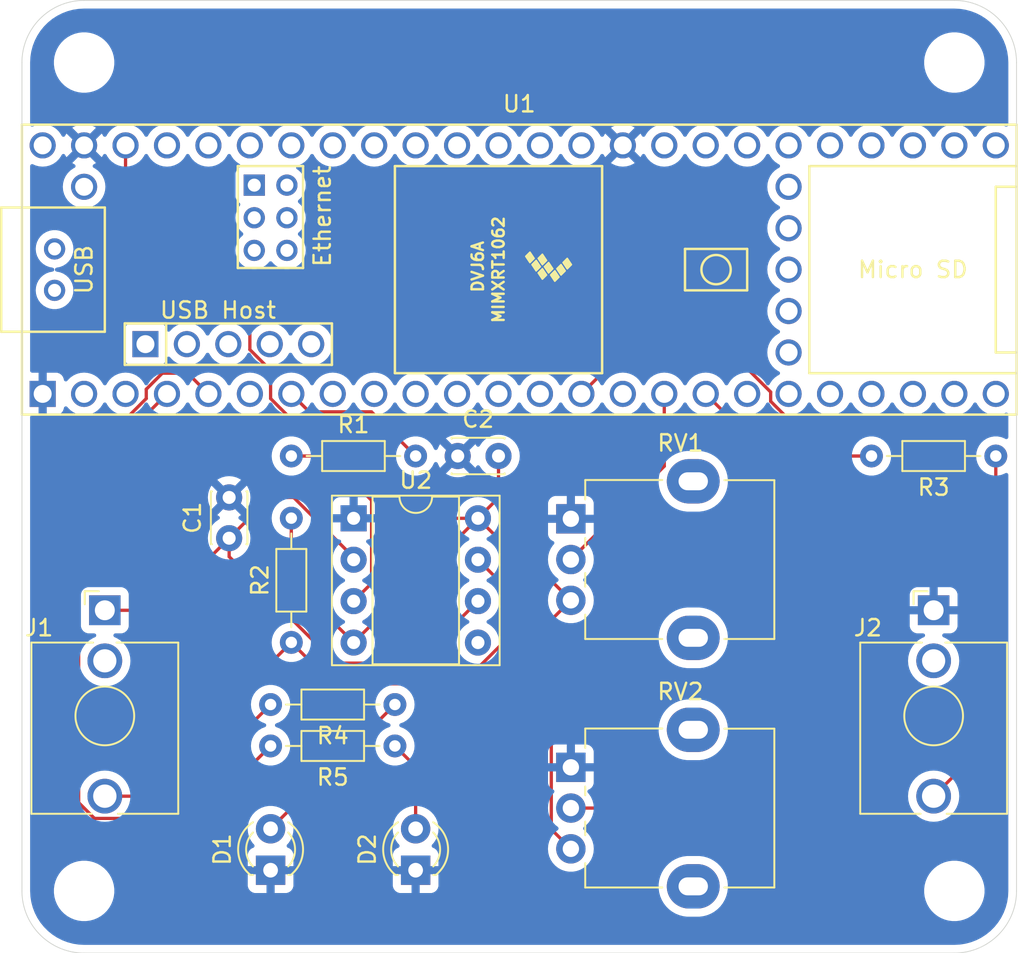
<source format=kicad_pcb>
(kicad_pcb (version 20240108) (generator "pcbnew") (generator_version "8.0")
  (layers (0 "F.Cu" signal) (31 "B.Cu" signal) (34 "B.Paste" user) (35 "F.Paste" user) (36 "B.SilkS" user "B.Silkscreen") (37 "F.SilkS" user "F.Silkscreen") (38 "B.Mask" user) (39 "F.Mask" user) (44 "Edge.Cuts" user))
  (net 0 "")
  (net 1 "GND")
  (net 2 "PROBE_1")
  (net 3 "+3V3")
  (net 4 "PULSE")
  (net 5 "Net-(U2-Q)")
  (net 6 "PROBE_2")
  (net 7 "CONTROL")
  (net 48 "CONTROL2")
  (net 68 "AUDIO")
  (net 70 "Net-(U1-12_MISO_MQSL)")
  (net 71 "Net-(D1-A)")
  (net 72 "Net-(D2-A)")
  (net 73 "Net-(U1-2_OUT2)")
  (net 74 "Net-(U1-3_LRCLK2)")
  (footprint "Connector_Audio:Jack_3.5mm_QingPu_WQP-PJ398SM_Vertical_CircularHoles" (layer "F.Cu") (at 5.08 37.4)
    (property "Reference" "J1" (at -4.03 1.08 180) (layer "F.SilkS"))
    (property "Value" "PROBE_INPUT")
    (fp_line (start -4.5 1.98) (end -4.5 12.48) (stroke (width 0.12)) (layer "F.SilkS"))
    (fp_line (start -1.23 -1.17) (end -1.23 -0.37) (stroke (width 0.12)) (layer "F.SilkS"))
    (fp_line (start -1.23 -1.17) (end -0.37 -1.17) (stroke (width 0.12)) (layer "F.SilkS"))
    (fp_line (start -0.8 12.48) (end -4.5 12.48) (stroke (width 0.12)) (layer "F.SilkS"))
    (fp_line (start -0.72 1.98) (end -4.5 1.98) (stroke (width 0.12)) (layer "F.SilkS"))
    (fp_line (start 4.5 1.98) (end 0.72 1.98) (stroke (width 0.12)) (layer "F.SilkS"))
    (fp_line (start 4.5 1.98) (end 4.5 12.48) (stroke (width 0.12)) (layer "F.SilkS"))
    (fp_line (start 4.5 12.48) (end 0.8 12.48) (stroke (width 0.12)) (layer "F.SilkS"))
    (fp_circle (center 0 6.48) (end 1.8 6.48) (stroke (width 0.12)) (fill none) (layer "F.SilkS"))
    (pad "S" thru_hole rect (at 0 0 180) (size 1.93 1.83) (drill 1.22) (layers "*.Cu" "*.Mask") (net 2 "PROBE_1"))
    (pad "T" thru_hole circle (at 0 11.4 180) (size 2.13 2.13) (drill 1.43) (layers "*.Cu" "*.Mask") (net 6 "PROBE_2"))
    (pad "TN" thru_hole circle (at 0 3.1 180) (size 2.13 2.13) (drill 1.42) (layers "*.Cu" "*.Mask"))
  )
  (footprint "LED_THT:LED_D3.0mm" (layer "F.Cu") (at 15.24 53.34 90)
    (property "Reference" "D1" (at 1.27 -2.96 90) (layer "F.SilkS"))
    (property "Value" "LED")
    (fp_line (start -0.29 -1.236) (end -0.29 -1.08) (stroke (width 0.12)) (layer "F.SilkS"))
    (fp_line (start -0.29 1.08) (end -0.29 1.236) (stroke (width 0.12)) (layer "F.SilkS"))
    (fp_arc (start -0.29 -1.235516) (mid 1.366487 -1.987659) (end 2.942335 -1.078608) (stroke (width 0.12)) (layer "F.SilkS"))
    (fp_arc (start 0.229039 -1.08) (mid 1.270117 -1.5) (end 2.31113 -1.079837) (stroke (width 0.12)) (layer "F.SilkS"))
    (fp_arc (start 2.942335 1.078608) (mid 1.366487 1.987659) (end -0.29 1.235516) (stroke (width 0.12)) (layer "F.SilkS"))
    (fp_arc (start 2.31113 1.079837) (mid 1.270117 1.5) (end 0.229039 1.08) (stroke (width 0.12)) (layer "F.SilkS"))
    (pad "1" thru_hole rect (at 0 0 90) (size 1.8 1.8) (drill 0.9) (layers "*.Cu" "*.Mask") (net 1 "GND"))
    (pad "2" thru_hole circle (at 2.54 0 90) (size 1.8 1.8) (drill 0.9) (layers "*.Cu" "*.Mask") (net 71 "Net-(D1-A)"))
  )
  (footprint "Package_DIP:DIP-8_W7.62mm_Socket" (layer "F.Cu") (at 20.33 31.76)
    (property "Reference" "U2" (at 3.81 -2.33 0) (layer "F.SilkS"))
    (property "Value" "LMC555xN")
    (fp_line (start -1.33 -1.39) (end -1.33 9.01) (stroke (width 0.12)) (layer "F.SilkS"))
    (fp_line (start -1.33 9.01) (end 8.95 9.01) (stroke (width 0.12)) (layer "F.SilkS"))
    (fp_line (start 1.16 -1.33) (end 1.16 8.95) (stroke (width 0.12)) (layer "F.SilkS"))
    (fp_line (start 1.16 8.95) (end 6.46 8.95) (stroke (width 0.12)) (layer "F.SilkS"))
    (fp_line (start 2.81 -1.33) (end 1.16 -1.33) (stroke (width 0.12)) (layer "F.SilkS"))
    (fp_line (start 6.46 -1.33) (end 4.81 -1.33) (stroke (width 0.12)) (layer "F.SilkS"))
    (fp_line (start 6.46 8.95) (end 6.46 -1.33) (stroke (width 0.12)) (layer "F.SilkS"))
    (fp_line (start 8.95 -1.39) (end -1.33 -1.39) (stroke (width 0.12)) (layer "F.SilkS"))
    (fp_line (start 8.95 9.01) (end 8.95 -1.39) (stroke (width 0.12)) (layer "F.SilkS"))
    (fp_arc (start 4.81 -1.33) (mid 3.81 -0.33) (end 2.81 -1.33) (stroke (width 0.12)) (layer "F.SilkS"))
    (pad "1" thru_hole rect (at 0 0) (size 1.6 1.6) (drill 0.8) (layers "*.Cu" "*.Mask") (net 1 "GND"))
    (pad "2" thru_hole oval (at 0 2.54) (size 1.6 1.6) (drill 0.8) (layers "*.Cu" "*.Mask") (net 2 "PROBE_1"))
    (pad "3" thru_hole oval (at 0 5.08) (size 1.6 1.6) (drill 0.8) (layers "*.Cu" "*.Mask") (net 5 "Net-(U2-Q)"))
    (pad "4" thru_hole oval (at 0 7.62) (size 1.6 1.6) (drill 0.8) (layers "*.Cu" "*.Mask") (net 3 "+3V3"))
    (pad "5" thru_hole oval (at 7.62 7.62) (size 1.6 1.6) (drill 0.8) (layers "*.Cu" "*.Mask"))
    (pad "6" thru_hole oval (at 7.62 5.08) (size 1.6 1.6) (drill 0.8) (layers "*.Cu" "*.Mask") (net 2 "PROBE_1"))
    (pad "7" thru_hole oval (at 7.62 2.54) (size 1.6 1.6) (drill 0.8) (layers "*.Cu" "*.Mask") (net 6 "PROBE_2"))
    (pad "8" thru_hole oval (at 7.62 0) (size 1.6 1.6) (drill 0.8) (layers "*.Cu" "*.Mask") (net 3 "+3V3"))
  )
  (footprint "Resistor_THT:R_Axial_DIN0204_L3.6mm_D1.6mm_P7.62mm_Horizontal" (layer "F.Cu") (at 22.86 43.18 180)
    (property "Reference" "R4" (at 3.81 -1.92 0) (layer "F.SilkS"))
    (property "Value" "1k")
    (fp_line (start 6.68 0) (end 5.73 0) (stroke (width 0.12)) (layer "F.SilkS"))
    (fp_line (start 5.73 0.92) (end 5.73 -0.92) (stroke (width 0.12)) (layer "F.SilkS"))
    (fp_line (start 5.73 -0.92) (end 1.89 -0.92) (stroke (width 0.12)) (layer "F.SilkS"))
    (fp_line (start 1.89 0.92) (end 5.73 0.92) (stroke (width 0.12)) (layer "F.SilkS"))
    (fp_line (start 1.89 -0.92) (end 1.89 0.92) (stroke (width 0.12)) (layer "F.SilkS"))
    (fp_line (start 0.94 0) (end 1.89 0) (stroke (width 0.12)) (layer "F.SilkS"))
    (pad "1" thru_hole circle (at 0 0 180) (size 1.4 1.4) (drill 0.7) (layers "*.Cu" "*.Mask") (net 71 "Net-(D1-A)"))
    (pad "2" thru_hole oval (at 7.62 0 180) (size 1.4 1.4) (drill 0.7) (layers "*.Cu" "*.Mask") (net 73 "Net-(U1-2_OUT2)"))
  )
  (footprint "teensy.pretty-master:Teensy41" (layer "F.Cu") (at 30.48 16.51)
    (property "Reference" "U1" (at 0 -10.16 0) (layer "F.SilkS"))
    (property "Value" "Teensy4.1")
    (fp_line (start -31.75 -3.81) (end -30.48 -3.81) (stroke (width 0.15)) (layer "F.SilkS"))
    (fp_line (start -31.75 3.81) (end -31.75 -3.81) (stroke (width 0.15)) (layer "F.SilkS"))
    (fp_line (start -30.48 -8.89) (end 30.48 -8.89) (stroke (width 0.15)) (layer "F.SilkS"))
    (fp_line (start -30.48 3.81) (end -31.75 3.81) (stroke (width 0.15)) (layer "F.SilkS"))
    (fp_line (start -30.48 8.89) (end -30.48 -8.89) (stroke (width 0.15)) (layer "F.SilkS"))
    (fp_line (start -25.4 -3.81) (end -30.48 -3.81) (stroke (width 0.15)) (layer "F.SilkS"))
    (fp_line (start -25.4 3.81) (end -30.48 3.81) (stroke (width 0.15)) (layer "F.SilkS"))
    (fp_line (start -25.4 3.81) (end -25.4 -3.81) (stroke (width 0.15)) (layer "F.SilkS"))
    (fp_line (start -24.1808 3.2992) (end -21.6408 3.2992) (stroke (width 0.15)) (layer "F.SilkS"))
    (fp_line (start -24.1808 3.2992) (end -11.4808 3.2992) (stroke (width 0.15)) (layer "F.SilkS"))
    (fp_line (start -24.1808 5.8392) (end -24.1808 3.2992) (stroke (width 0.15)) (layer "F.SilkS"))
    (fp_line (start -21.6408 3.2992) (end -21.6408 5.8392) (stroke (width 0.15)) (layer "F.SilkS"))
    (fp_line (start -17.25 -6.3516) (end -17.25 -6.1016) (stroke (width 0.15)) (layer "F.SilkS"))
    (fp_line (start -17.25 -6.1016) (end -17.25 -0.1016) (stroke (width 0.15)) (layer "F.SilkS"))
    (fp_line (start -17.25 -0.1016) (end -13.25 -0.1016) (stroke (width 0.15)) (layer "F.SilkS"))
    (fp_line (start -13.25 -6.3516) (end -17.25 -6.3516) (stroke (width 0.15)) (layer "F.SilkS"))
    (fp_line (start -13.25 -0.1016) (end -13.25 -6.3516) (stroke (width 0.15)) (layer "F.SilkS"))
    (fp_line (start -11.4808 3.2992) (end -11.4808 5.8392) (stroke (width 0.15)) (layer "F.SilkS"))
    (fp_line (start -11.4808 5.8392) (end -24.1808 5.8392) (stroke (width 0.15)) (layer "F.SilkS"))
    (fp_line (start -7.62 -6.35) (end -7.62 6.35) (stroke (width 0.15)) (layer "F.SilkS"))
    (fp_line (start -7.62 6.35) (end 5.08 6.35) (stroke (width 0.15)) (layer "F.SilkS"))
    (fp_line (start 5.08 -6.35) (end -7.62 -6.35) (stroke (width 0.15)) (layer "F.SilkS"))
    (fp_line (start 5.08 6.35) (end 5.08 -6.35) (stroke (width 0.15)) (layer "F.SilkS"))
    (fp_line (start 10.16 -1.27) (end 13.97 -1.27) (stroke (width 0.15)) (layer "F.SilkS"))
    (fp_line (start 10.16 1.27) (end 10.16 -1.27) (stroke (width 0.15)) (layer "F.SilkS"))
    (fp_line (start 13.97 -1.27) (end 13.97 1.27) (stroke (width 0.15)) (layer "F.SilkS"))
    (fp_line (start 13.97 1.27) (end 10.16 1.27) (stroke (width 0.15)) (layer "F.SilkS"))
    (fp_line (start 17.78 -6.35) (end 17.78 6.35) (stroke (width 0.15)) (layer "F.SilkS"))
    (fp_line (start 17.78 6.35) (end 30.48 6.35) (stroke (width 0.15)) (layer "F.SilkS"))
    (fp_line (start 29.21 -5.08) (end 29.21 5.08) (stroke (width 0.15)) (layer "F.SilkS"))
    (fp_line (start 29.21 5.08) (end 30.48 5.08) (stroke (width 0.15)) (layer "F.SilkS"))
    (fp_line (start 30.48 -8.89) (end 30.48 8.89) (stroke (width 0.15)) (layer "F.SilkS"))
    (fp_line (start 30.48 -6.35) (end 17.78 -6.35) (stroke (width 0.15)) (layer "F.SilkS"))
    (fp_line (start 30.48 -5.08) (end 29.21 -5.08) (stroke (width 0.15)) (layer "F.SilkS"))
    (fp_line (start 30.48 8.89) (end -30.48 8.89) (stroke (width 0.15)) (layer "F.SilkS"))
    (fp_circle (center 12.065 0) (end 12.7 -0.635) (stroke (width 0.15)) (fill none) (layer "F.SilkS"))
    (fp_poly (pts (xy 0.911 -0.688) (xy 0.657 -0.434) (xy 0.403 -0.815) (xy 0.657 -1.069)) (stroke (width 0.1)) (fill solid) (layer "F.SilkS"))
    (fp_poly (pts (xy 1.292 -0.18) (xy 1.038 0.074) (xy 0.784 -0.307) (xy 1.038 -0.561)) (stroke (width 0.1)) (fill solid) (layer "F.SilkS"))
    (fp_poly (pts (xy 1.673 -0.561) (xy 1.419 -0.307) (xy 1.165 -0.688) (xy 1.419 -0.942)) (stroke (width 0.1)) (fill solid) (layer "F.SilkS"))
    (fp_poly (pts (xy 1.673 0.328) (xy 1.419 0.582) (xy 1.165 0.201) (xy 1.419 -0.053)) (stroke (width 0.1)) (fill solid) (layer "F.SilkS"))
    (fp_poly (pts (xy 2.054 -0.053) (xy 1.8 0.201) (xy 1.546 -0.18) (xy 1.8 -0.434)) (stroke (width 0.1)) (fill solid) (layer "F.SilkS"))
    (fp_poly (pts (xy 2.435 0.455) (xy 2.181 0.709) (xy 1.927 0.328) (xy 2.181 0.074)) (stroke (width 0.1)) (fill solid) (layer "F.SilkS"))
    (fp_poly (pts (xy 2.816 0.074) (xy 2.562 0.328) (xy 2.308 -0.053) (xy 2.562 -0.307)) (stroke (width 0.1)) (fill solid) (layer "F.SilkS"))
    (fp_poly (pts (xy 3.197 -0.307) (xy 2.943 -0.053) (xy 2.689 -0.434) (xy 2.943 -0.688)) (stroke (width 0.1)) (fill solid) (layer "F.SilkS"))
    (fp_text user "USB" (at -26.67 0 -90) (layer "F.SilkS"))
    (fp_text user "MIMXRT1062" (at -1.27 0 -90) (layer "F.SilkS") (effects (font (size 0.7 0.7))))
    (fp_text user "DVJ6A" (at -2.54 -0.18 -90) (layer "F.SilkS") (effects (font (size 0.7 0.7))))
    (fp_text user "Micro SD" (at 24.13 0 0) (layer "F.SilkS"))
    (fp_text user "USB Host" (at -18.4658 2.4892 0) (layer "F.SilkS"))
    (fp_text user "Ethernet" (at -12.065 -3.2766 90) (layer "F.SilkS"))
    (pad "1" thru_hole rect (at -29.21 7.62) (size 1.6 1.6) (drill 1.1) (layers "*.Cu" "*.Mask") (net 1 "GND"))
    (pad "2" thru_hole circle (at -26.67 7.62) (size 1.6 1.6) (drill 1.1) (layers "*.Cu" "*.Mask"))
    (pad "3" thru_hole circle (at -24.13 7.62) (size 1.6 1.6) (drill 1.1) (layers "*.Cu" "*.Mask"))
    (pad "4" thru_hole circle (at -21.59 7.62) (size 1.6 1.6) (drill 1.1) (layers "*.Cu" "*.Mask") (net 73 "Net-(U1-2_OUT2)"))
    (pad "5" thru_hole circle (at -19.05 7.62) (size 1.6 1.6) (drill 1.1) (layers "*.Cu" "*.Mask") (net 74 "Net-(U1-3_LRCLK2)"))
    (pad "6" thru_hole circle (at -16.51 7.62) (size 1.6 1.6) (drill 1.1) (layers "*.Cu" "*.Mask"))
    (pad "7" thru_hole circle (at -13.97 7.62) (size 1.6 1.6) (drill 1.1) (layers "*.Cu" "*.Mask") (net 4 "PULSE"))
    (pad "8" thru_hole circle (at -11.43 7.62) (size 1.6 1.6) (drill 1.1) (layers "*.Cu" "*.Mask"))
    (pad "9" thru_hole circle (at -8.89 7.62) (size 1.6 1.6) (drill 1.1) (layers "*.Cu" "*.Mask"))
    (pad "10" thru_hole circle (at -6.35 7.62) (size 1.6 1.6) (drill 1.1) (layers "*.Cu" "*.Mask"))
    (pad "11" thru_hole circle (at -3.81 7.62) (size 1.6 1.6) (drill 1.1) (layers "*.Cu" "*.Mask"))
    (pad "12" thru_hole circle (at -1.27 7.62) (size 1.6 1.6) (drill 1.1) (layers "*.Cu" "*.Mask"))
    (pad "13" thru_hole circle (at 1.27 7.62) (size 1.6 1.6) (drill 1.1) (layers "*.Cu" "*.Mask"))
    (pad "14" thru_hole circle (at 3.81 7.62) (size 1.6 1.6) (drill 1.1) (layers "*.Cu" "*.Mask") (net 70 "Net-(U1-12_MISO_MQSL)"))
    (pad "15" thru_hole circle (at 6.35 7.62) (size 1.6 1.6) (drill 1.1) (layers "*.Cu" "*.Mask"))
    (pad "16" thru_hole circle (at 8.89 7.62) (size 1.6 1.6) (drill 1.1) (layers "*.Cu" "*.Mask") (net 7 "CONTROL"))
    (pad "17" thru_hole circle (at 11.43 7.62) (size 1.6 1.6) (drill 1.1) (layers "*.Cu" "*.Mask") (net 48 "CONTROL2"))
    (pad "18" thru_hole circle (at 13.97 7.62) (size 1.6 1.6) (drill 1.1) (layers "*.Cu" "*.Mask"))
    (pad "19" thru_hole circle (at 16.51 7.62) (size 1.6 1.6) (drill 1.1) (layers "*.Cu" "*.Mask"))
    (pad "20" thru_hole circle (at 19.05 7.62) (size 1.6 1.6) (drill 1.1) (layers "*.Cu" "*.Mask"))
    (pad "21" thru_hole circle (at 21.59 7.62) (size 1.6 1.6) (drill 1.1) (layers "*.Cu" "*.Mask"))
    (pad "22" thru_hole circle (at 24.13 7.62) (size 1.6 1.6) (drill 1.1) (layers "*.Cu" "*.Mask"))
    (pad "23" thru_hole circle (at 26.67 7.62) (size 1.6 1.6) (drill 1.1) (layers "*.Cu" "*.Mask"))
    (pad "24" thru_hole circle (at 29.21 7.62) (size 1.6 1.6) (drill 1.1) (layers "*.Cu" "*.Mask"))
    (pad "25" thru_hole circle (at 29.21 -7.62) (size 1.6 1.6) (drill 1.1) (layers "*.Cu" "*.Mask"))
    (pad "26" thru_hole circle (at 26.67 -7.62) (size 1.6 1.6) (drill 1.1) (layers "*.Cu" "*.Mask"))
    (pad "27" thru_hole circle (at 24.13 -7.62) (size 1.6 1.6) (drill 1.1) (layers "*.Cu" "*.Mask"))
    (pad "28" thru_hole circle (at 21.59 -7.62) (size 1.6 1.6) (drill 1.1) (layers "*.Cu" "*.Mask"))
    (pad "29" thru_hole circle (at 19.05 -7.62) (size 1.6 1.6) (drill 1.1) (layers "*.Cu" "*.Mask"))
    (pad "30" thru_hole circle (at 16.51 -7.62) (size 1.6 1.6) (drill 1.1) (layers "*.Cu" "*.Mask"))
    (pad "31" thru_hole circle (at 13.97 -7.62) (size 1.6 1.6) (drill 1.1) (layers "*.Cu" "*.Mask"))
    (pad "32" thru_hole circle (at 11.43 -7.62) (size 1.6 1.6) (drill 1.1) (layers "*.Cu" "*.Mask"))
    (pad "33" thru_hole circle (at 8.89 -7.62) (size 1.6 1.6) (drill 1.1) (layers "*.Cu" "*.Mask"))
    (pad "34" thru_hole circle (at 6.35 -7.62) (size 1.6 1.6) (drill 1.1) (layers "*.Cu" "*.Mask") (net 1 "GND"))
    (pad "35" thru_hole circle (at 3.81 -7.62) (size 1.6 1.6) (drill 1.1) (layers "*.Cu" "*.Mask"))
    (pad "36" thru_hole circle (at 1.27 -7.62) (size 1.6 1.6) (drill 1.1) (layers "*.Cu" "*.Mask"))
    (pad "37" thru_hole circle (at -1.27 -7.62) (size 1.6 1.6) (drill 1.1) (layers "*.Cu" "*.Mask"))
    (pad "38" thru_hole circle (at -3.81 -7.62) (size 1.6 1.6) (drill 1.1) (layers "*.Cu" "*.Mask"))
    (pad "39" thru_hole circle (at -6.35 -7.62) (size 1.6 1.6) (drill 1.1) (layers "*.Cu" "*.Mask"))
    (pad "40" thru_hole circle (at -8.89 -7.62) (size 1.6 1.6) (drill 1.1) (layers "*.Cu" "*.Mask"))
    (pad "41" thru_hole circle (at -11.43 -7.62) (size 1.6 1.6) (drill 1.1) (layers "*.Cu" "*.Mask"))
    (pad "42" thru_hole circle (at -13.97 -7.62) (size 1.6 1.6) (drill 1.1) (layers "*.Cu" "*.Mask"))
    (pad "43" thru_hole circle (at -16.51 -7.62) (size 1.6 1.6) (drill 1.1) (layers "*.Cu" "*.Mask"))
    (pad "44" thru_hole circle (at -19.05 -7.62) (size 1.6 1.6) (drill 1.1) (layers "*.Cu" "*.Mask"))
    (pad "45" thru_hole circle (at -21.59 -7.62) (size 1.6 1.6) (drill 1.1) (layers "*.Cu" "*.Mask"))
    (pad "46" thru_hole circle (at -24.13 -7.62) (size 1.6 1.6) (drill 1.1) (layers "*.Cu" "*.Mask") (net 3 "+3V3"))
    (pad "47" thru_hole circle (at -26.67 -7.62) (size 1.6 1.6) (drill 1.1) (layers "*.Cu" "*.Mask") (net 1 "GND"))
    (pad "48" thru_hole circle (at -29.21 -7.62) (size 1.6 1.6) (drill 1.1) (layers "*.Cu" "*.Mask"))
    (pad "49" thru_hole circle (at -26.67 -5.08) (size 1.6 1.6) (drill 1.1) (layers "*.Cu" "*.Mask"))
    (pad "50" thru_hole circle (at 16.51 5.08) (size 1.6 1.6) (drill 1.1) (layers "*.Cu" "*.Mask"))
    (pad "51" thru_hole circle (at 16.51 2.54) (size 1.6 1.6) (drill 1.1) (layers "*.Cu" "*.Mask"))
    (pad "52" thru_hole circle (at 16.51 0) (size 1.6 1.6) (drill 1.1) (layers "*.Cu" "*.Mask"))
    (pad "53" thru_hole circle (at 16.51 -2.54) (size 1.6 1.6) (drill 1.1) (layers "*.Cu" "*.Mask"))
    (pad "54" thru_hole circle (at 16.51 -5.08) (size 1.6 1.6) (drill 1.1) (layers "*.Cu" "*.Mask"))
    (pad "55" thru_hole rect (at -22.9108 4.5692) (size 1.6 1.6) (drill 1.1) (layers "*.Cu" "*.Mask"))
    (pad "56" thru_hole circle (at -20.3708 4.5692) (size 1.6 1.6) (drill 1.1) (layers "*.Cu" "*.Mask"))
    (pad "57" thru_hole circle (at -17.8308 4.5692) (size 1.6 1.6) (drill 1.1) (layers "*.Cu" "*.Mask"))
    (pad "58" thru_hole circle (at -15.2908 4.5692) (size 1.6 1.6) (drill 1.1) (layers "*.Cu" "*.Mask"))
    (pad "59" thru_hole circle (at -12.7508 4.5692) (size 1.6 1.6) (drill 1.1) (layers "*.Cu" "*.Mask"))
    (pad "60" thru_hole rect (at -16.24 -5.1816) (size 1.3 1.3) (drill 0.8) (layers "*.Cu" "*.Mask"))
    (pad "61" thru_hole circle (at -16.24 -3.1816) (size 1.3 1.3) (drill 0.8) (layers "*.Cu" "*.Mask"))
    (pad "62" thru_hole circle (at -16.24 -1.1816) (size 1.3 1.3) (drill 0.8) (layers "*.Cu" "*.Mask"))
    (pad "63" thru_hole circle (at -14.24 -1.1816) (size 1.3 1.3) (drill 0.8) (layers "*.Cu" "*.Mask"))
    (pad "64" thru_hole circle (at -14.24 -3.1816) (size 1.3 1.3) (drill 0.8) (layers "*.Cu" "*.Mask"))
    (pad "65" thru_hole circle (at -14.24 -5.1816) (size 1.3 1.3) (drill 0.8) (layers "*.Cu" "*.Mask"))
    (pad "66" thru_hole circle (at -28.48 -1.27) (size 1.3 1.3) (drill 0.8) (layers "*.Cu" "*.Mask"))
    (pad "67" thru_hole circle (at -28.48 1.27) (size 1.3 1.3) (drill 0.8) (layers "*.Cu" "*.Mask"))
  )
  (footprint "Capacitor_THT:C_Disc_D3.0mm_W2.0mm_P2.50mm" (layer "F.Cu") (at 12.7 32.98 90)
    (property "Reference" "C1" (at 1.25 -2.25 90) (layer "F.SilkS"))
    (property "Value" "4.2nF")
    (fp_line (start 2.87 -1.12) (end 2.87 -1.055) (stroke (width 0.12)) (layer "F.SilkS"))
    (fp_line (start -0.37 -1.12) (end 2.87 -1.12) (stroke (width 0.12)) (layer "F.SilkS"))
    (fp_line (start -0.37 -1.12) (end -0.37 -1.055) (stroke (width 0.12)) (layer "F.SilkS"))
    (fp_line (start 2.87 1.055) (end 2.87 1.12) (stroke (width 0.12)) (layer "F.SilkS"))
    (fp_line (start -0.37 1.055) (end -0.37 1.12) (stroke (width 0.12)) (layer "F.SilkS"))
    (fp_line (start -0.37 1.12) (end 2.87 1.12) (stroke (width 0.12)) (layer "F.SilkS"))
    (pad "1" thru_hole circle (at 0 0 90) (size 1.6 1.6) (drill 0.8) (layers "*.Cu" "*.Mask") (net 2 "PROBE_1"))
    (pad "2" thru_hole circle (at 2.5 0 90) (size 1.6 1.6) (drill 0.8) (layers "*.Cu" "*.Mask") (net 1 "GND"))
  )
  (footprint "MountingHole:MountingHole_3.2mm_M3_DIN965" (layer "F.Cu") (at 3.81 3.81)
    (property "Reference" "REF**" (hide yes))
    (property "Value" "MountingHole_3.2mm_M3_DIN965" (hide yes))
    (pad "" np_thru_hole circle (at 0 0) (size 3.2 3.2) (drill 3.2) (layers "*.Cu" "*.Mask"))
  )
  (footprint "Resistor_THT:R_Axial_DIN0204_L3.6mm_D1.6mm_P7.62mm_Horizontal" (layer "F.Cu") (at 59.69 27.94 180)
    (property "Reference" "R3" (at 3.81 -1.92 0) (layer "F.SilkS"))
    (property "Value" "1k")
    (fp_line (start 6.68 0) (end 5.73 0) (stroke (width 0.12)) (layer "F.SilkS"))
    (fp_line (start 5.73 0.92) (end 5.73 -0.92) (stroke (width 0.12)) (layer "F.SilkS"))
    (fp_line (start 5.73 -0.92) (end 1.89 -0.92) (stroke (width 0.12)) (layer "F.SilkS"))
    (fp_line (start 1.89 0.92) (end 5.73 0.92) (stroke (width 0.12)) (layer "F.SilkS"))
    (fp_line (start 1.89 -0.92) (end 1.89 0.92) (stroke (width 0.12)) (layer "F.SilkS"))
    (fp_line (start 0.94 0) (end 1.89 0) (stroke (width 0.12)) (layer "F.SilkS"))
    (pad "1" thru_hole circle (at 0 0 180) (size 1.4 1.4) (drill 0.7) (layers "*.Cu" "*.Mask") (net 68 "AUDIO"))
    (pad "2" thru_hole oval (at 7.62 0 180) (size 1.4 1.4) (drill 0.7) (layers "*.Cu" "*.Mask") (net 70 "Net-(U1-12_MISO_MQSL)"))
  )
  (footprint "LED_THT:LED_D3.0mm" (layer "F.Cu") (at 24.13 53.34 90)
    (property "Reference" "D2" (at 1.27 -2.96 90) (layer "F.SilkS"))
    (property "Value" "LED")
    (fp_line (start -0.29 -1.236) (end -0.29 -1.08) (stroke (width 0.12)) (layer "F.SilkS"))
    (fp_line (start -0.29 1.08) (end -0.29 1.236) (stroke (width 0.12)) (layer "F.SilkS"))
    (fp_arc (start -0.29 -1.235516) (mid 1.366487 -1.987659) (end 2.942335 -1.078608) (stroke (width 0.12)) (layer "F.SilkS"))
    (fp_arc (start 0.229039 -1.08) (mid 1.270117 -1.5) (end 2.31113 -1.079837) (stroke (width 0.12)) (layer "F.SilkS"))
    (fp_arc (start 2.942335 1.078608) (mid 1.366487 1.987659) (end -0.29 1.235516) (stroke (width 0.12)) (layer "F.SilkS"))
    (fp_arc (start 2.31113 1.079837) (mid 1.270117 1.5) (end 0.229039 1.08) (stroke (width 0.12)) (layer "F.SilkS"))
    (pad "1" thru_hole rect (at 0 0 90) (size 1.8 1.8) (drill 0.9) (layers "*.Cu" "*.Mask") (net 1 "GND"))
    (pad "2" thru_hole circle (at 2.54 0 90) (size 1.8 1.8) (drill 0.9) (layers "*.Cu" "*.Mask") (net 72 "Net-(D2-A)"))
  )
  (footprint "Connector_Audio:Jack_3.5mm_QingPu_WQP-PJ398SM_Vertical_CircularHoles" (layer "F.Cu") (at 55.88 37.4)
    (property "Reference" "J2" (at -4.03 1.08 180) (layer "F.SilkS"))
    (property "Value" "AUDIO_OUTPUT")
    (fp_line (start -4.5 1.98) (end -4.5 12.48) (stroke (width 0.12)) (layer "F.SilkS"))
    (fp_line (start -1.23 -1.17) (end -1.23 -0.37) (stroke (width 0.12)) (layer "F.SilkS"))
    (fp_line (start -1.23 -1.17) (end -0.37 -1.17) (stroke (width 0.12)) (layer "F.SilkS"))
    (fp_line (start -0.8 12.48) (end -4.5 12.48) (stroke (width 0.12)) (layer "F.SilkS"))
    (fp_line (start -0.72 1.98) (end -4.5 1.98) (stroke (width 0.12)) (layer "F.SilkS"))
    (fp_line (start 4.5 1.98) (end 0.72 1.98) (stroke (width 0.12)) (layer "F.SilkS"))
    (fp_line (start 4.5 1.98) (end 4.5 12.48) (stroke (width 0.12)) (layer "F.SilkS"))
    (fp_line (start 4.5 12.48) (end 0.8 12.48) (stroke (width 0.12)) (layer "F.SilkS"))
    (fp_circle (center 0 6.48) (end 1.8 6.48) (stroke (width 0.12)) (fill none) (layer "F.SilkS"))
    (pad "S" thru_hole rect (at 0 0 180) (size 1.93 1.83) (drill 1.22) (layers "*.Cu" "*.Mask") (net 1 "GND"))
    (pad "T" thru_hole circle (at 0 11.4 180) (size 2.13 2.13) (drill 1.43) (layers "*.Cu" "*.Mask") (net 68 "AUDIO"))
    (pad "TN" thru_hole circle (at 0 3.1 180) (size 2.13 2.13) (drill 1.42) (layers "*.Cu" "*.Mask"))
  )
  (footprint "MountingHole:MountingHole_3.2mm_M3_DIN965" (layer "F.Cu") (at 57.15 54.61)
    (property "Reference" "REF**" (hide yes))
    (property "Value" "MountingHole_3.2mm_M3_DIN965" (hide yes))
    (pad "" np_thru_hole circle (at 0 0) (size 3.2 3.2) (drill 3.2) (layers "*.Cu" "*.Mask"))
  )
  (footprint "Capacitor_THT:C_Disc_D3.0mm_W2.0mm_P2.50mm" (layer "F.Cu") (at 26.71 27.94)
    (property "Reference" "C2" (at 1.25 -2.25 0) (layer "F.SilkS"))
    (property "Value" "0.1uF")
    (fp_line (start -0.37 -1.12) (end -0.37 -1.055) (stroke (width 0.12)) (layer "F.SilkS"))
    (fp_line (start -0.37 -1.12) (end 2.87 -1.12) (stroke (width 0.12)) (layer "F.SilkS"))
    (fp_line (start -0.37 1.055) (end -0.37 1.12) (stroke (width 0.12)) (layer "F.SilkS"))
    (fp_line (start -0.37 1.12) (end 2.87 1.12) (stroke (width 0.12)) (layer "F.SilkS"))
    (fp_line (start 2.87 -1.12) (end 2.87 -1.055) (stroke (width 0.12)) (layer "F.SilkS"))
    (fp_line (start 2.87 1.055) (end 2.87 1.12) (stroke (width 0.12)) (layer "F.SilkS"))
    (pad "1" thru_hole circle (at 0 0) (size 1.6 1.6) (drill 0.8) (layers "*.Cu" "*.Mask") (net 1 "GND"))
    (pad "2" thru_hole circle (at 2.5 0) (size 1.6 1.6) (drill 0.8) (layers "*.Cu" "*.Mask") (net 3 "+3V3"))
  )
  (footprint "MountingHole:MountingHole_3.2mm_M3_DIN965" (layer "F.Cu") (at 57.15 3.81)
    (property "Reference" "REF**" (hide yes))
    (property "Value" "MountingHole_3.2mm_M3_DIN965" (hide yes))
    (pad "" np_thru_hole circle (at 0 0) (size 3.2 3.2) (drill 3.2) (layers "*.Cu" "*.Mask"))
  )
  (footprint "Potentiometer_THT:Potentiometer_Alpha_RD901F-40-00D_Single_Vertical" (layer "F.Cu") (at 33.645 47.03)
    (property "Reference" "RV2" (at 6.71 -4.64 180) (layer "F.SilkS"))
    (property "Value" "R_Potentiometer")
    (fp_line (start 0.88 -2.38) (end 5.6 -2.38) (stroke (width 0.12)) (layer "F.SilkS"))
    (fp_line (start 0.88 -1.19) (end 0.88 -2.37) (stroke (width 0.12)) (layer "F.SilkS"))
    (fp_line (start 0.88 1.71) (end 0.88 1.18) (stroke (width 0.12)) (layer "F.SilkS"))
    (fp_line (start 0.88 4.16) (end 0.88 3.33) (stroke (width 0.12)) (layer "F.SilkS"))
    (fp_line (start 0.88 7.37) (end 0.88 5.88) (stroke (width 0.12)) (layer "F.SilkS"))
    (fp_line (start 0.88 7.37) (end 5.6 7.37) (stroke (width 0.12)) (layer "F.SilkS"))
    (fp_line (start 9.41 -2.37) (end 12.47 -2.37) (stroke (width 0.12)) (layer "F.SilkS"))
    (fp_line (start 9.41 7.37) (end 12.47 7.37) (stroke (width 0.12)) (layer "F.SilkS"))
    (fp_line (start 12.47 7.37) (end 12.47 -2.37) (stroke (width 0.12)) (layer "F.SilkS"))
    (pad "" thru_hole oval (at 7.5 -2.3 90) (size 2.72 3.24) (drill oval 1.1 1.8) (layers "*.Cu" "*.Mask"))
    (pad "" thru_hole oval (at 7.5 7.3 90) (size 2.72 3.24) (drill oval 1.1 1.8) (layers "*.Cu" "*.Mask"))
    (pad "1" thru_hole rect (at 0 0 90) (size 1.8 1.8) (drill 1) (layers "*.Cu" "*.Mask") (net 1 "GND"))
    (pad "2" thru_hole circle (at 0 2.5 90) (size 1.8 1.8) (drill 1) (layers "*.Cu" "*.Mask") (net 48 "CONTROL2"))
    (pad "3" thru_hole circle (at 0 5 90) (size 1.8 1.8) (drill 1) (layers "*.Cu" "*.Mask") (net 3 "+3V3"))
  )
  (footprint "Resistor_THT:R_Axial_DIN0204_L3.6mm_D1.6mm_P7.62mm_Horizontal" (layer "F.Cu") (at 16.51 27.94)
    (property "Reference" "R1" (at 3.81 -1.92 0) (layer "F.SilkS"))
    (property "Value" "1k")
    (fp_line (start 0.94 0) (end 1.89 0) (stroke (width 0.12)) (layer "F.SilkS"))
    (fp_line (start 1.89 -0.92) (end 1.89 0.92) (stroke (width 0.12)) (layer "F.SilkS"))
    (fp_line (start 1.89 0.92) (end 5.73 0.92) (stroke (width 0.12)) (layer "F.SilkS"))
    (fp_line (start 5.73 -0.92) (end 1.89 -0.92) (stroke (width 0.12)) (layer "F.SilkS"))
    (fp_line (start 5.73 0.92) (end 5.73 -0.92) (stroke (width 0.12)) (layer "F.SilkS"))
    (fp_line (start 6.68 0) (end 5.73 0) (stroke (width 0.12)) (layer "F.SilkS"))
    (pad "1" thru_hole circle (at 0 0) (size 1.4 1.4) (drill 0.7) (layers "*.Cu" "*.Mask") (net 5 "Net-(U2-Q)"))
    (pad "2" thru_hole oval (at 7.62 0) (size 1.4 1.4) (drill 0.7) (layers "*.Cu" "*.Mask") (net 4 "PULSE"))
  )
  (footprint "Potentiometer_THT:Potentiometer_Alpha_RD901F-40-00D_Single_Vertical" (layer "F.Cu") (at 33.645 31.79)
    (property "Reference" "RV1" (at 6.71 -4.64 0) (layer "F.SilkS"))
    (property "Value" "R_Potentiometer")
    (fp_line (start 0.88 -2.38) (end 5.6 -2.38) (stroke (width 0.12)) (layer "F.SilkS"))
    (fp_line (start 0.88 -1.19) (end 0.88 -2.37) (stroke (width 0.12)) (layer "F.SilkS"))
    (fp_line (start 0.88 1.71) (end 0.88 1.18) (stroke (width 0.12)) (layer "F.SilkS"))
    (fp_line (start 0.88 4.16) (end 0.88 3.33) (stroke (width 0.12)) (layer "F.SilkS"))
    (fp_line (start 0.88 7.37) (end 0.88 5.88) (stroke (width 0.12)) (layer "F.SilkS"))
    (fp_line (start 0.88 7.37) (end 5.6 7.37) (stroke (width 0.12)) (layer "F.SilkS"))
    (fp_line (start 9.41 -2.37) (end 12.47 -2.37) (stroke (width 0.12)) (layer "F.SilkS"))
    (fp_line (start 9.41 7.37) (end 12.47 7.37) (stroke (width 0.12)) (layer "F.SilkS"))
    (fp_line (start 12.47 7.37) (end 12.47 -2.37) (stroke (width 0.12)) (layer "F.SilkS"))
    (pad "" thru_hole oval (at 7.5 -2.3 90) (size 2.72 3.24) (drill oval 1.1 1.8) (layers "*.Cu" "*.Mask"))
    (pad "" thru_hole oval (at 7.5 7.3 90) (size 2.72 3.24) (drill oval 1.1 1.8) (layers "*.Cu" "*.Mask"))
    (pad "1" thru_hole rect (at 0 0 90) (size 1.8 1.8) (drill 1) (layers "*.Cu" "*.Mask") (net 1 "GND"))
    (pad "2" thru_hole circle (at 0 2.5 90) (size 1.8 1.8) (drill 1) (layers "*.Cu" "*.Mask") (net 7 "CONTROL"))
    (pad "3" thru_hole circle (at 0 5 90) (size 1.8 1.8) (drill 1) (layers "*.Cu" "*.Mask") (net 3 "+3V3"))
  )
  (footprint "Resistor_THT:R_Axial_DIN0204_L3.6mm_D1.6mm_P7.62mm_Horizontal" (layer "F.Cu") (at 22.86 45.72 180)
    (property "Reference" "R5" (at 3.81 -1.92 0) (layer "F.SilkS"))
    (property "Value" "1k")
    (fp_line (start 6.68 0) (end 5.73 0) (stroke (width 0.12)) (layer "F.SilkS"))
    (fp_line (start 5.73 0.92) (end 5.73 -0.92) (stroke (width 0.12)) (layer "F.SilkS"))
    (fp_line (start 5.73 -0.92) (end 1.89 -0.92) (stroke (width 0.12)) (layer "F.SilkS"))
    (fp_line (start 1.89 0.92) (end 5.73 0.92) (stroke (width 0.12)) (layer "F.SilkS"))
    (fp_line (start 1.89 -0.92) (end 1.89 0.92) (stroke (width 0.12)) (layer "F.SilkS"))
    (fp_line (start 0.94 0) (end 1.89 0) (stroke (width 0.12)) (layer "F.SilkS"))
    (pad "1" thru_hole circle (at 0 0 180) (size 1.4 1.4) (drill 0.7) (layers "*.Cu" "*.Mask") (net 72 "Net-(D2-A)"))
    (pad "2" thru_hole oval (at 7.62 0 180) (size 1.4 1.4) (drill 0.7) (layers "*.Cu" "*.Mask") (net 74 "Net-(U1-3_LRCLK2)"))
  )
  (footprint "Resistor_THT:R_Axial_DIN0204_L3.6mm_D1.6mm_P7.62mm_Horizontal" (layer "F.Cu") (at 16.51 39.37 90)
    (property "Reference" "R2" (at 3.81 -1.92 90) (layer "F.SilkS"))
    (property "Value" "3.9k")
    (fp_line (start 5.73 -0.92) (end 1.89 -0.92) (stroke (width 0.12)) (layer "F.SilkS"))
    (fp_line (start 1.89 -0.92) (end 1.89 0.92) (stroke (width 0.12)) (layer "F.SilkS"))
    (fp_line (start 6.68 0) (end 5.73 0) (stroke (width 0.12)) (layer "F.SilkS"))
    (fp_line (start 0.94 0) (end 1.89 0) (stroke (width 0.12)) (layer "F.SilkS"))
    (fp_line (start 5.73 0.92) (end 5.73 -0.92) (stroke (width 0.12)) (layer "F.SilkS"))
    (fp_line (start 1.89 0.92) (end 5.73 0.92) (stroke (width 0.12)) (layer "F.SilkS"))
    (pad "1" thru_hole circle (at 0 0 90) (size 1.4 1.4) (drill 0.7) (layers "*.Cu" "*.Mask") (net 6 "PROBE_2"))
    (pad "2" thru_hole oval (at 7.62 0 90) (size 1.4 1.4) (drill 0.7) (layers "*.Cu" "*.Mask") (net 3 "+3V3"))
  )
  (footprint "MountingHole:MountingHole_3.2mm_M3_DIN965" (layer "F.Cu") (at 3.81 54.61)
    (property "Reference" "REF**" (hide yes))
    (property "Value" "MountingHole_3.2mm_M3_DIN965" (hide yes))
    (pad "" np_thru_hole circle (at 0 0) (size 3.2 3.2) (drill 3.2) (layers "*.Cu" "*.Mask"))
  )
  (gr_arc (start 0 3.81) (mid 1.115923 1.115923) (end 3.81 0) (stroke (width 0.05)) (layer "Edge.Cuts"))
  (gr_line (start 0 54.61) (end 0 3.81) (stroke (width 0.05)) (layer "Edge.Cuts"))
  (gr_line (start 60.96 54.61) (end 60.96 3.81) (stroke (width 0.05)) (layer "Edge.Cuts"))
  (gr_arc (start 3.81 58.42) (mid 1.115923 57.304077) (end 0 54.61) (stroke (width 0.05)) (layer "Edge.Cuts"))
  (gr_arc (start 57.15 0) (mid 59.844077 1.115923) (end 60.96 3.81) (stroke (width 0.05)) (layer "Edge.Cuts"))
  (gr_line (start 3.81 0) (end 57.15 0) (stroke (width 0.05)) (layer "Edge.Cuts"))
  (gr_arc (start 60.96 54.61) (mid 59.844077 57.304077) (end 57.15 58.42) (stroke (width 0.05)) (layer "Edge.Cuts"))
  (gr_line (start 57.15 58.42) (end 3.81 58.42) (stroke (width 0.05)) (layer "Edge.Cuts"))
  (segment (start 8.28 37.4) (end 12.7 32.98) (width 0.2) (layer "F.Cu") (net 2))
  (segment (start 24.15 40.64) (end 27.95 36.84) (width 0.2) (layer "F.Cu") (net 2))
  (segment (start 20.33 34.155786) (end 16.654214 30.48) (width 0.2) (layer "F.Cu") (net 2))
  (segment (start 5.08 37.4) (end 8.28 37.4) (width 0.2) (layer "F.Cu") (net 2))
  (segment (start 12.7 34.11137) (end 19.22863 40.64) (width 0.2) (layer "F.Cu") (net 2))
  (segment (start 19.22863 40.64) (end 24.15 40.64) (width 0.2) (layer "F.Cu") (net 2))
  (segment (start 16.654214 30.48) (end 15.2 30.48) (width 0.2) (layer "F.Cu") (net 2))
  (segment (start 15.2 30.48) (end 12.7 32.98) (width 0.2) (layer "F.Cu") (net 2))
  (segment (start 20.33 34.3) (end 20.33 34.155786) (width 0.2) (layer "F.Cu") (net 2))
  (segment (start 12.7 32.98) (end 12.7 34.11137) (width 0.2) (layer "F.Cu") (net 2))
  (segment (start 20.32 26.67) (end 17.494365 26.67) (width 0.2) (layer "F.Cu") (net 3))
  (segment (start 15.24 24.415635) (end 15.24 22.685635) (width 0.2) (layer "F.Cu") (net 3))
  (segment (start 32.445 37.99) (end 33.645 36.79) (width 0.2) (layer "F.Cu") (net 3))
  (segment (start 29.21 27.94) (end 29.21 30.5) (width 0.2) (layer "F.Cu") (net 3))
  (segment (start 32.445 50.83) (end 32.445 37.99) (width 0.2) (layer "F.Cu") (net 3))
  (segment (start 20.32 26.67) (end 25.41 31.76) (width 0.2) (layer "F.Cu") (net 3))
  (segment (start 29.875 33.02) (end 33.645 36.79) (width 0.2) (layer "F.Cu") (net 3))
  (segment (start 13.97 21.415635) (end 13.97 19.05) (width 0.2) (layer "F.Cu") (net 3))
  (segment (start 27.95 31.76) (end 20.33 39.38) (width 0.2) (layer "F.Cu") (net 3))
  (segment (start 6.35 8.89) (end 6.35 12.7) (width 0.2) (layer "F.Cu") (net 3))
  (segment (start 29.21 33.02) (end 29.875 33.02) (width 0.2) (layer "F.Cu") (net 3))
  (segment (start 11.43 17.78) (end 12.7 17.78) (width 0.2) (layer "F.Cu") (net 3))
  (segment (start 6.35 12.7) (end 11.43 17.78) (width 0.2) (layer "F.Cu") (net 3))
  (segment (start 25.41 31.76) (end 27.95 31.76) (width 0.2) (layer "F.Cu") (net 3))
  (segment (start 15.24 22.685635) (end 13.97 21.415635) (width 0.2) (layer "F.Cu") (net 3))
  (segment (start 16.51 31.75) (end 16.51 35.56) (width 0.2) (layer "F.Cu") (net 3))
  (segment (start 33.645 52.03) (end 32.445 50.83) (width 0.2) (layer "F.Cu") (net 3))
  (segment (start 27.95 31.76) (end 29.21 33.02) (width 0.2) (layer "F.Cu") (net 3))
  (segment (start 16.51 35.56) (end 20.33 39.38) (width 0.2) (layer "F.Cu") (net 3))
  (segment (start 29.21 30.5) (end 27.95 31.76) (width 0.2) (layer "F.Cu") (net 3))
  (segment (start 12.7 17.78) (end 13.97 19.05) (width 0.2) (layer "F.Cu") (net 3))
  (segment (start 17.494365 26.67) (end 15.24 24.415635) (width 0.2) (layer "F.Cu") (net 3))
  (segment (start 21.42 25.23) (end 24.13 27.94) (width 0.2) (layer "F.Cu") (net 4))
  (segment (start 17.61 25.23) (end 21.42 25.23) (width 0.2) (layer "F.Cu") (net 4))
  (segment (start 16.51 24.13) (end 17.61 25.23) (width 0.2) (layer "F.Cu") (net 4))
  (segment (start 18.71 27.94) (end 16.51 27.94) (width 0.2) (layer "F.Cu") (net 5))
  (segment (start 21.43 30.66) (end 18.71 27.94) (width 0.2) (layer "F.Cu") (net 5))
  (segment (start 20.33 36.84) (end 21.43 35.74) (width 0.2) (layer "F.Cu") (net 5))
  (segment (start 21.43 35.74) (end 21.43 30.66) (width 0.2) (layer "F.Cu") (net 5))
  (segment (start 7.08 48.8) (end 5.08 48.8) (width 0.2) (layer "F.Cu") (net 6))
  (segment (start 19.05 41.91) (end 26.975635 41.91) (width 0.2) (layer "F.Cu") (net 6))
  (segment (start 29.709314 36.059314) (end 27.95 34.3) (width 0.2) (layer "F.Cu") (net 6))
  (segment (start 26.975635 41.91) (end 29.709314 39.176321) (width 0.2) (layer "F.Cu") (net 6))
  (segment (start 29.709314 39.176321) (end 29.709314 36.059314) (width 0.2) (layer "F.Cu") (net 6))
  (segment (start 16.51 39.37) (end 7.08 48.8) (width 0.2) (layer "F.Cu") (net 6))
  (segment (start 16.51 39.37) (end 19.05 41.91) (width 0.2) (layer "F.Cu") (net 6))
  (segment (start 39.37 28.565) (end 39.37 24.13) (width 0.2) (layer "F.Cu") (net 7))
  (segment (start 33.645 34.29) (end 39.37 28.565) (width 0.2) (layer "F.Cu") (net 7))
  (segment (start 33.645 49.53) (end 41.91 49.53) (width 0.2) (layer "F.Cu") (net 48))
  (segment (start 44.45 26.67) (end 41.91 24.13) (width 0.2) (layer "F.Cu") (net 48))
  (segment (start 41.91 49.53) (end 44.45 46.99) (width 0.2) (layer "F.Cu") (net 48))
  (segment (start 44.45 46.99) (end 44.45 26.67) (width 0.2) (layer "F.Cu") (net 48))
  (segment (start 59.69 27.94) (end 59.69 44.99) (width 0.2) (layer "F.Cu") (net 68))
  (segment (start 59.69 44.99) (end 55.88 48.8) (width 0.2) (layer "F.Cu") (net 68))
  (segment (start 34.29 24.13) (end 36.83 21.59) (width 0.2) (layer "F.Cu") (net 70))
  (segment (start 43.465635 21.59) (end 45.89 24.014365) (width 0.2) (layer "F.Cu") (net 70))
  (segment (start 45.89 24.014365) (end 45.89 24.585635) (width 0.2) (layer "F.Cu") (net 70))
  (segment (start 49.244365 27.94) (end 52.07 27.94) (width 0.2) (layer "F.Cu") (net 70))
  (segment (start 36.83 21.59) (end 43.465635 21.59) (width 0.2) (layer "F.Cu") (net 70))
  (segment (start 45.89 24.585635) (end 49.244365 27.94) (width 0.2) (layer "F.Cu") (net 70))
  (segment (start 15.24 50.8) (end 22.86 43.18) (width 0.2) (layer "F.Cu") (net 71))
  (segment (start 24.13 50.8) (end 24.13 46.99) (width 0.2) (layer "F.Cu") (net 72))
  (segment (start 24.13 46.99) (end 22.86 45.72) (width 0.2) (layer "F.Cu") (net 72))
  (segment (start 8.255 50.165) (end 4.445 50.165) (width 0.2) (layer "F.Cu") (net 73))
  (segment (start 3.475308 29.544692) (end 8.89 24.13) (width 0.2) (layer "F.Cu") (net 73))
  (segment (start 15.24 43.18) (end 8.255 50.165) (width 0.2) (layer "F.Cu") (net 73))
  (segment (start 3.475308 49.195308) (end 3.475308 29.544692) (width 0.2) (layer "F.Cu") (net 73))
  (segment (start 4.445 50.165) (end 3.475308 49.195308) (width 0.2) (layer "F.Cu") (net 73))
  (segment (start 10.16 22.86) (end 11.43 24.13) (width 0.2) (layer "F.Cu") (net 74))
  (segment (start 4.279314 50.565) (end 2.54 48.825686) (width 0.2) (layer "F.Cu") (net 74))
  (segment (start 8.604365 22.86) (end 10.16 22.86) (width 0.2) (layer "F.Cu") (net 74))
  (segment (start 10.395 50.565) (end 4.279314 50.565) (width 0.2) (layer "F.Cu") (net 74))
  (segment (start 7.62 23.844365) (end 8.604365 22.86) (width 0.2) (layer "F.Cu") (net 74))
  (segment (start 2.54 48.825686) (end 2.54 29.495635) (width 0.2) (layer "F.Cu") (net 74))
  (segment (start 7.62 24.415635) (end 7.62 23.844365) (width 0.2) (layer "F.Cu") (net 74))
  (segment (start 15.24 45.72) (end 10.395 50.565) (width 0.2) (layer "F.Cu") (net 74))
  (segment (start 2.54 29.495635) (end 7.62 24.415635) (width 0.2) (layer "F.Cu") (net 74))
  (zone (net 1) (net_name "GND") (layer "B.Cu") (name "GND") (connect_pads (clearance 0.5)) (min_thickness 0.25) (fill yes (thermal_gap 0.5) (thermal_bridge_width 0.5))
    (polygon (pts (xy 0 0) (xy 60.96 0) (xy 60.96 58.42) (xy 0 58.42)))
  )
)
</source>
